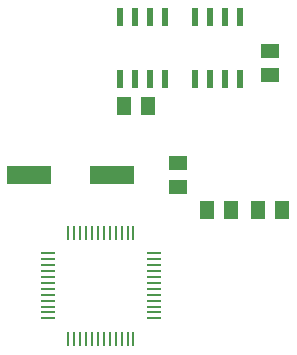
<source format=gbp>
G04 Layer_Color=128*
%FSLAX44Y44*%
%MOMM*%
G71*
G01*
G75*
%ADD10R,1.2700X1.6002*%
%ADD11R,1.6002X1.2700*%
%ADD19R,0.5080X1.5240*%
%ADD42R,1.2700X0.2500*%
%ADD43O,1.2700X0.2500*%
%ADD44O,0.2500X1.2700*%
%ADD45R,3.7500X1.5000*%
D10*
X153840Y-95000D02*
D03*
X174160D02*
D03*
X267840Y-183000D02*
D03*
X288160D02*
D03*
X224840D02*
D03*
X245160D02*
D03*
D11*
X278130Y-68580D02*
D03*
Y-48260D02*
D03*
X200000Y-163160D02*
D03*
Y-142840D02*
D03*
D19*
X214630Y-19685D02*
D03*
X227330D02*
D03*
X240030D02*
D03*
X252730D02*
D03*
Y-71755D02*
D03*
X240030D02*
D03*
X227330D02*
D03*
X214630D02*
D03*
X151130Y-19685D02*
D03*
X163830D02*
D03*
X176530D02*
D03*
X189230D02*
D03*
Y-71755D02*
D03*
X176530D02*
D03*
X163830D02*
D03*
X151130D02*
D03*
D42*
X89763Y-274754D02*
D03*
D43*
Y-269754D02*
D03*
Y-264754D02*
D03*
Y-259754D02*
D03*
Y-254754D02*
D03*
Y-249754D02*
D03*
Y-244754D02*
D03*
Y-239754D02*
D03*
Y-234754D02*
D03*
Y-229754D02*
D03*
Y-224754D02*
D03*
Y-219754D02*
D03*
X179729D02*
D03*
Y-224754D02*
D03*
Y-229754D02*
D03*
Y-234754D02*
D03*
Y-239754D02*
D03*
Y-244754D02*
D03*
Y-249754D02*
D03*
Y-254754D02*
D03*
Y-259754D02*
D03*
Y-264754D02*
D03*
Y-269754D02*
D03*
Y-274754D02*
D03*
D44*
X107246Y-202271D02*
D03*
X112246D02*
D03*
X117246D02*
D03*
X122246D02*
D03*
X127246D02*
D03*
X132246D02*
D03*
X137246D02*
D03*
X142246D02*
D03*
X147246D02*
D03*
X152246D02*
D03*
X157246D02*
D03*
X162246D02*
D03*
Y-292237D02*
D03*
X157246D02*
D03*
X152246D02*
D03*
X147246D02*
D03*
X142246D02*
D03*
X137246D02*
D03*
X132246D02*
D03*
X127246D02*
D03*
X122246D02*
D03*
X117246D02*
D03*
X112246D02*
D03*
X107246D02*
D03*
D45*
X144000Y-153000D02*
D03*
X74000D02*
D03*
M02*

</source>
